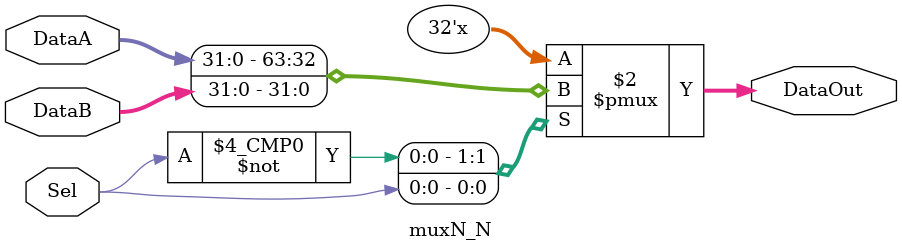
<source format=v>

module muxN_N
#(
	parameter BUSWIDTH = 32
	)
 (
		input wire [(BUSWIDTH-1):0] DataA,
		input wire [(BUSWIDTH-1):0]	DataB,
		input wire Sel,
		output reg [(BUSWIDTH-1):0]	DataOut
			);
			
always@(Sel, DataA, DataB) begin 
	case(Sel)
	1'b0: 
		DataOut = DataA;
	1'b1:
		DataOut = DataB;
	endcase
end

endmodule 

</source>
